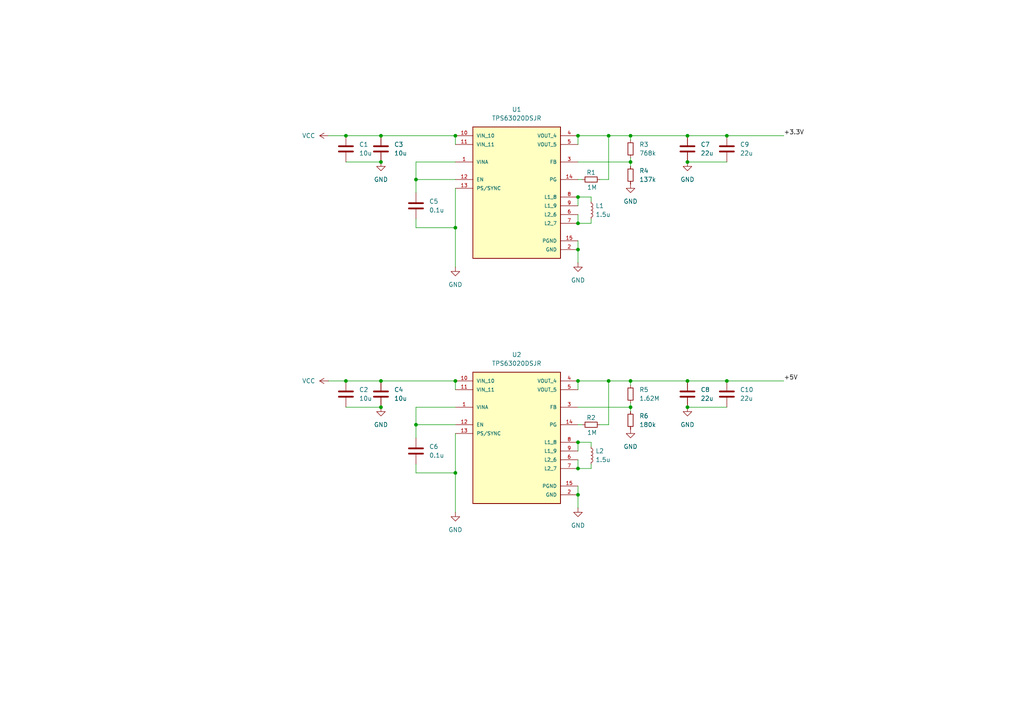
<source format=kicad_sch>
(kicad_sch (version 20231120) (generator "eeschema") (generator_version "8.0")
  (paper "A4")
  (lib_symbols
    (symbol "Device:C" (pin_numbers hide) (pin_names (offset 0.254))
      (property "Reference" "C" (at 0.635 2.54 0))
      (property "Value" "C" (at 0.635 -2.54 0))
      (symbol "C_0_1"
        (polyline (pts (xy -2.032 -0.762) (xy 2.032 -0.762)) (stroke (width 0.508)))
        (polyline (pts (xy -2.032 0.762) (xy 2.032 0.762)) (stroke (width 0.508)))
      )
      (symbol "C_1_1"
        (pin passive line (at 0 3.81 270) (length 2.794) (name "~") (number "1"))
        (pin passive line (at 0 -3.81 90) (length 2.794) (name "~") (number "2"))
      )
    )
    (symbol "Device:L_Small" (pin_numbers hide) (pin_names (offset 0.254) hide)
      (property "Reference" "L" (at 0.762 1.016 0))
      (property "Value" "L_Small" (at 0.762 -1.016 0))
      (symbol "L_Small_0_1"
        (arc (start 0 -2.032) (mid 0.5058 -1.524) (end 0 -1.016))
        (arc (start 0 -1.016) (mid 0.5058 -0.508) (end 0 0))
        (arc (start 0 0) (mid 0.5058 0.508) (end 0 1.016))
        (arc (start 0 1.016) (mid 0.5058 1.524) (end 0 2.032))
      )
      (symbol "L_Small_1_1"
        (pin passive line (at 0 2.54 270) (length 0.508) (name "~") (number "1"))
        (pin passive line (at 0 -2.54 90) (length 0.508) (name "~") (number "2"))
      )
    )
    (symbol "Device:R_Small" (pin_numbers hide) (pin_names (offset 0.254) hide)
      (property "Reference" "R" (at 0.762 0.508 0))
      (property "Value" "R_Small" (at 0.762 -1.016 0))
      (symbol "R_Small_0_1"
        (rectangle (start -0.762 1.778) (end 0.762 -1.778) (stroke (width 0.2032)))
      )
      (symbol "R_Small_1_1"
        (pin passive line (at 0 2.54 270) (length 0.762) (name "~") (number "1"))
        (pin passive line (at 0 -2.54 90) (length 0.762) (name "~") (number "2"))
      )
    )
    (symbol "TPS63020DSJR:TPS63020DSJR" (pin_names (offset 1.016))
      (property "Reference" "U" (at -12.7 19.05 0))
      (property "Value" "TPS63020DSJR" (at -12.7 -21.59 0))
      (symbol "TPS63020DSJR_0_0"
        (rectangle (start -12.7 -20.32) (end 12.7 17.78) (stroke (width 0.254)) (fill (type background)))
        (pin input line (at -17.78 7.62 0) (length 5.08) (name "VINA") (number "1"))
        (pin input line (at -17.78 15.24 0) (length 5.08) (name "VIN_10") (number "10"))
        (pin input line (at -17.78 12.7 0) (length 5.08) (name "VIN_11") (number "11"))
        (pin input line (at -17.78 2.54 0) (length 5.08) (name "EN") (number "12"))
        (pin input line (at -17.78 0 0) (length 5.08) (name "PS/SYNC") (number "13"))
        (pin output line (at 17.78 2.54 180) (length 5.08) (name "PG") (number "14"))
        (pin power_in line (at 17.78 -15.24 180) (length 5.08) (name "PGND") (number "15"))
        (pin power_in line (at 17.78 -17.78 180) (length 5.08) (name "GND") (number "2"))
        (pin input line (at 17.78 7.62 180) (length 5.08) (name "FB") (number "3"))
        (pin output line (at 17.78 15.24 180) (length 5.08) (name "VOUT_4") (number "4"))
        (pin output line (at 17.78 12.7 180) (length 5.08) (name "VOUT_5") (number "5"))
        (pin passive line (at 17.78 -7.62 180) (length 5.08) (name "L2_6") (number "6"))
        (pin passive line (at 17.78 -10.16 180) (length 5.08) (name "L2_7") (number "7"))
        (pin passive line (at 17.78 -2.54 180) (length 5.08) (name "L1_8") (number "8"))
        (pin passive line (at 17.78 -5.08 180) (length 5.08) (name "L1_9") (number "9"))
      )
    )
    (symbol "power:GND" (power) (pin_numbers hide) (pin_names (offset 0) hide)
      (property "Value" "GND" (at 0 -3.81 0))
      (symbol "GND_0_1"
        (polyline (pts (xy 0 0) (xy 0 -1.27) (xy 1.27 -1.27) (xy 0 -2.54) (xy -1.27 -1.27) (xy 0 -1.27)))
      )
      (symbol "GND_1_1"
        (pin power_in line (at 0 0 270) (length 0) (name "~") (number "1"))
      )
    )
    (symbol "power:VCC" (power) (pin_numbers hide) (pin_names (offset 0) hide)
      (property "Value" "VCC" (at 0 3.556 0))
      (symbol "VCC_0_1"
        (polyline (pts (xy -0.762 1.27) (xy 0 2.54)))
        (polyline (pts (xy 0 0) (xy 0 2.54)))
        (polyline (pts (xy 0 2.54) (xy 0.762 1.27)))
      )
      (symbol "VCC_1_1"
        (pin power_in line (at 0 0 90) (length 0) (name "~") (number "1"))
      )
    )
  )
  (junction (at 167.64 72.39))
  (junction (at 120.65 52.07))
  (junction (at 199.39 118.11))
  (junction (at 132.08 39.37))
  (junction (at 210.82 110.49))
  (junction (at 199.39 39.37))
  (junction (at 167.64 135.89))
  (junction (at 100.33 110.49))
  (junction (at 167.64 57.15))
  (junction (at 176.53 39.37))
  (junction (at 199.39 46.99))
  (junction (at 167.64 143.51))
  (junction (at 167.64 110.49))
  (junction (at 167.64 64.77))
  (junction (at 182.88 46.99))
  (junction (at 176.53 110.49))
  (junction (at 110.49 39.37))
  (junction (at 110.49 46.99))
  (junction (at 182.88 118.11))
  (junction (at 100.33 39.37))
  (junction (at 132.08 110.49))
  (junction (at 182.88 39.37))
  (junction (at 167.64 128.27))
  (junction (at 132.08 137.16))
  (junction (at 132.08 66.04))
  (junction (at 182.88 110.49))
  (junction (at 167.64 39.37))
  (junction (at 210.82 39.37))
  (junction (at 110.49 118.11))
  (junction (at 110.49 110.49))
  (junction (at 120.65 123.19))
  (junction (at 199.39 110.49))
  (wire (pts (xy 167.64 128.27) (xy 171.45 128.27)))
  (wire (pts (xy 167.64 133.35) (xy 167.64 135.89)))
  (wire (pts (xy 100.33 39.37) (xy 110.49 39.37)))
  (wire (pts (xy 182.88 39.37) (xy 182.88 40.64)))
  (wire (pts (xy 182.88 46.99) (xy 182.88 48.26)))
  (wire (pts (xy 120.65 46.99) (xy 120.65 52.07)))
  (wire (pts (xy 167.64 110.49) (xy 176.53 110.49)))
  (wire (pts (xy 95.25 110.49) (xy 100.33 110.49)))
  (wire (pts (xy 167.64 72.39) (xy 167.64 76.2)))
  (wire (pts (xy 120.65 118.11) (xy 120.65 123.19)))
  (wire (pts (xy 167.64 52.07) (xy 168.91 52.07)))
  (wire (pts (xy 120.65 55.88) (xy 120.65 52.07)))
  (wire (pts (xy 132.08 125.73) (xy 132.08 137.16)))
  (wire (pts (xy 167.64 57.15) (xy 167.64 59.69)))
  (wire (pts (xy 95.25 39.37) (xy 100.33 39.37)))
  (wire (pts (xy 132.08 54.61) (xy 132.08 66.04)))
  (wire (pts (xy 100.33 110.49) (xy 110.49 110.49)))
  (wire (pts (xy 167.64 110.49) (xy 167.64 113.03)))
  (wire (pts (xy 167.64 64.77) (xy 171.45 64.77)))
  (wire (pts (xy 110.49 39.37) (xy 132.08 39.37)))
  (wire (pts (xy 171.45 129.54) (xy 171.45 128.27)))
  (wire (pts (xy 167.64 123.19) (xy 168.91 123.19)))
  (wire (pts (xy 167.64 62.23) (xy 167.64 64.77)))
  (wire (pts (xy 132.08 118.11) (xy 120.65 118.11)))
  (wire (pts (xy 167.64 135.89) (xy 171.45 135.89)))
  (wire (pts (xy 210.82 39.37) (xy 227.33 39.37)))
  (wire (pts (xy 199.39 46.99) (xy 210.82 46.99)))
  (wire (pts (xy 167.64 143.51) (xy 167.64 147.32)))
  (wire (pts (xy 199.39 39.37) (xy 210.82 39.37)))
  (wire (pts (xy 167.64 69.85) (xy 167.64 72.39)))
  (wire (pts (xy 167.64 118.11) (xy 182.88 118.11)))
  (wire (pts (xy 173.99 123.19) (xy 176.53 123.19)))
  (wire (pts (xy 182.88 116.84) (xy 182.88 118.11)))
  (wire (pts (xy 171.45 134.62) (xy 171.45 135.89)))
  (wire (pts (xy 167.64 57.15) (xy 171.45 57.15)))
  (wire (pts (xy 173.99 52.07) (xy 176.53 52.07)))
  (wire (pts (xy 120.65 52.07) (xy 132.08 52.07)))
  (wire (pts (xy 120.65 137.16) (xy 120.65 134.62)))
  (wire (pts (xy 167.64 39.37) (xy 176.53 39.37)))
  (wire (pts (xy 132.08 66.04) (xy 132.08 77.47)))
  (wire (pts (xy 110.49 110.49) (xy 132.08 110.49)))
  (wire (pts (xy 167.64 140.97) (xy 167.64 143.51)))
  (wire (pts (xy 132.08 137.16) (xy 132.08 148.59)))
  (wire (pts (xy 210.82 110.49) (xy 227.33 110.49)))
  (wire (pts (xy 182.88 118.11) (xy 182.88 119.38)))
  (wire (pts (xy 132.08 110.49) (xy 132.08 113.03)))
  (wire (pts (xy 182.88 39.37) (xy 199.39 39.37)))
  (wire (pts (xy 176.53 39.37) (xy 182.88 39.37)))
  (wire (pts (xy 132.08 46.99) (xy 120.65 46.99)))
  (wire (pts (xy 182.88 110.49) (xy 199.39 110.49)))
  (wire (pts (xy 171.45 63.5) (xy 171.45 64.77)))
  (wire (pts (xy 199.39 110.49) (xy 210.82 110.49)))
  (wire (pts (xy 182.88 110.49) (xy 182.88 111.76)))
  (wire (pts (xy 100.33 46.99) (xy 110.49 46.99)))
  (wire (pts (xy 176.53 52.07) (xy 176.53 39.37)))
  (wire (pts (xy 176.53 110.49) (xy 182.88 110.49)))
  (wire (pts (xy 167.64 39.37) (xy 167.64 41.91)))
  (wire (pts (xy 176.53 123.19) (xy 176.53 110.49)))
  (wire (pts (xy 120.65 127) (xy 120.65 123.19)))
  (wire (pts (xy 120.65 66.04) (xy 132.08 66.04)))
  (wire (pts (xy 120.65 123.19) (xy 132.08 123.19)))
  (wire (pts (xy 100.33 118.11) (xy 110.49 118.11)))
  (wire (pts (xy 182.88 45.72) (xy 182.88 46.99)))
  (wire (pts (xy 167.64 46.99) (xy 182.88 46.99)))
  (wire (pts (xy 132.08 39.37) (xy 132.08 41.91)))
  (wire (pts (xy 171.45 58.42) (xy 171.45 57.15)))
  (wire (pts (xy 167.64 128.27) (xy 167.64 130.81)))
  (wire (pts (xy 120.65 137.16) (xy 132.08 137.16)))
  (wire (pts (xy 199.39 118.11) (xy 210.82 118.11)))
  (wire (pts (xy 120.65 66.04) (xy 120.65 63.5)))
  (label "+5V" (at 227.33 110.49 0))
  (label "+3.3V" (at 227.33 39.37 0))
  (symbol (lib_id "power:GND") (at 110.49 46.99 0) (unit 1)
    (property "Reference" "#PWR03" (effects (hide yes)))
    (property "Value" "GND" (at 110.49 52.07 0))
    (property "Description" "Power symbol creates a global label with name \"GND\" , ground" (effects (hide yes)))
  )
  (symbol (lib_id "Device:C") (at 110.49 114.3 0) (unit 1)
    (property "Reference" "C4" (at 114.3 113.0299 0) (effects (justify left)))
    (property "Value" "10u" (at 114.3 115.5699 0) (effects (justify left)))
    (property "Footprint" "Capacitor_SMD:C_0805_2012Metric_Pad1.18x1.45mm_HandSolder" (effects (hide yes)))
    (property "Description" "Unpolarized capacitor" (effects (hide yes)))
  )
  (symbol (lib_id "Device:R_Small") (at 171.45 52.07 90) (unit 1)
    (property "Reference" "R1" (at 171.45 50.038 90))
    (property "Value" "1M" (at 171.704 54.356 90))
    (property "Footprint" "Resistor_SMD:R_0603_1608Metric_Pad0.98x0.95mm_HandSolder" (effects (hide yes)))
    (property "Description" "Resistor, small symbol" (effects (hide yes)))
  )
  (symbol (lib_id "Device:L_Small") (at 171.45 60.96 0) (unit 1)
    (property "Reference" "L1" (at 172.72 59.6899 0) (effects (justify left)))
    (property "Value" "1.5u" (at 172.72 62.2299 0) (effects (justify left)))
    (property "Footprint" "Inductor_SMD:L_Vishay_IHLP-1616" (effects (hide yes)))
    (property "Description" "IHLP1616ABER1R5M11" (effects (hide yes)))
  )
  (symbol (lib_id "Device:R_Small") (at 182.88 121.92 0) (unit 1)
    (property "Reference" "R6" (at 185.42 120.6499 0) (effects (justify left)))
    (property "Value" "180k" (at 185.42 123.1899 0) (effects (justify left)))
    (property "Footprint" "Resistor_SMD:R_0603_1608Metric_Pad0.98x0.95mm_HandSolder" (effects (hide yes)))
    (property "Description" "Resistor, small symbol" (effects (hide yes)))
  )
  (symbol (lib_id "Device:C") (at 199.39 43.18 0) (unit 1)
    (property "Reference" "C7" (at 203.2 41.9099 0) (effects (justify left)))
    (property "Value" "22u" (at 203.2 44.4499 0) (effects (justify left)))
    (property "Footprint" "Capacitor_SMD:C_0805_2012Metric_Pad1.18x1.45mm_HandSolder" (effects (hide yes)))
    (property "Description" "Unpolarized capacitor" (effects (hide yes)))
  )
  (symbol (lib_id "power:VCC") (at 95.25 39.37 90) (unit 1)
    (property "Reference" "#PWR01" (effects (hide yes)))
    (property "Value" "VCC" (at 91.44 39.3699 90) (effects (justify left)))
    (property "Description" "Power symbol creates a global label with name \"VCC\"" (effects (hide yes)))
  )
  (symbol (lib_id "TPS63020DSJR:TPS63020DSJR") (at 149.86 54.61 0) (unit 1)
    (property "Reference" "U1" (at 149.86 31.75 0))
    (property "Value" "TPS63020DSJR" (at 149.86 34.29 0))
    (property "Footprint" "TPS63020DSJR:IC_TPS63020DSJR" (effects (hide yes)))
    (property "MF" "Texas Instruments" (effects (hide yes)))
    (property "Mouser-Purchase-URL" "https://snapeda.com/shop?store=Mouser&id=296571" (effects (hide yes)))
    (property "Description_1" "High Efficiency Single Inductor Buck-Boost Converter with 4A Switch 14-VSON -40 to 85" (effects (hide yes)))
    (property "Package" "VSON-14 Texas Instruments" (effects (hide yes)))
    (property "Price" "None" (effects (hide yes)))
    (property "MP" "TPS63020DSJR" (effects (hide yes)))
    (property "Texas_Instruments-Purchase-URL" "https://snapeda.com/shop?store=Texas+Instruments&id=296571" (effects (hide yes)))
    (property "DigiKey-Purchase-URL" "https://snapeda.com/shop?store=DigiKey&id=296571" (effects (hide yes)))
    (property "Availability" "Good" (effects (hide yes)))
  )
  (symbol (lib_id "power:GND") (at 110.49 118.11 0) (unit 1)
    (property "Reference" "#PWR04" (effects (hide yes)))
    (property "Value" "GND" (at 110.49 123.19 0))
    (property "Description" "Power symbol creates a global label with name \"GND\" , ground" (effects (hide yes)))
  )
  (symbol (lib_id "Device:R_Small") (at 182.88 114.3 0) (unit 1)
    (property "Reference" "R5" (at 185.42 113.0299 0) (effects (justify left)))
    (property "Value" "1.62M" (at 185.42 115.5699 0) (effects (justify left)))
    (property "Footprint" "Resistor_SMD:R_0603_1608Metric_Pad0.98x0.95mm_HandSolder" (effects (hide yes)))
    (property "Description" "Resistor, small symbol" (effects (hide yes)))
  )
  (symbol (lib_id "Device:C") (at 210.82 43.18 0) (unit 1)
    (property "Reference" "C9" (at 214.63 41.9099 0) (effects (justify left)))
    (property "Value" "22u" (at 214.63 44.4499 0) (effects (justify left)))
    (property "Footprint" "Capacitor_SMD:C_0805_2012Metric_Pad1.18x1.45mm_HandSolder" (effects (hide yes)))
    (property "Description" "Unpolarized capacitor" (effects (hide yes)))
  )
  (symbol (lib_id "power:GND") (at 167.64 147.32 0) (unit 1)
    (property "Reference" "#PWR08" (effects (hide yes)))
    (property "Value" "GND" (at 167.64 152.4 0))
    (property "Description" "Power symbol creates a global label with name \"GND\" , ground" (effects (hide yes)))
  )
  (symbol (lib_id "TPS63020DSJR:TPS63020DSJR") (at 149.86 125.73 0) (unit 1)
    (property "Reference" "U2" (at 149.86 102.87 0))
    (property "Value" "TPS63020DSJR" (at 149.86 105.41 0))
    (property "Footprint" "TPS63020DSJR:IC_TPS63020DSJR" (effects (hide yes)))
    (property "MF" "Texas Instruments" (effects (hide yes)))
    (property "Mouser-Purchase-URL" "https://snapeda.com/shop?store=Mouser&id=296571" (effects (hide yes)))
    (property "Description_1" "High Efficiency Single Inductor Buck-Boost Converter with 4A Switch 14-VSON -40 to 85" (effects (hide yes)))
    (property "Package" "VSON-14 Texas Instruments" (effects (hide yes)))
    (property "Price" "None" (effects (hide yes)))
    (property "MP" "TPS63020DSJR" (effects (hide yes)))
    (property "Texas_Instruments-Purchase-URL" "https://snapeda.com/shop?store=Texas+Instruments&id=296571" (effects (hide yes)))
    (property "DigiKey-Purchase-URL" "https://snapeda.com/shop?store=DigiKey&id=296571" (effects (hide yes)))
    (property "Availability" "Good" (effects (hide yes)))
  )
  (symbol (lib_id "Device:R_Small") (at 182.88 50.8 0) (unit 1)
    (property "Reference" "R4" (at 185.42 49.5299 0) (effects (justify left)))
    (property "Value" "137k" (at 185.42 52.0699 0) (effects (justify left)))
    (property "Footprint" "Resistor_SMD:R_0603_1608Metric_Pad0.98x0.95mm_HandSolder" (effects (hide yes)))
    (property "Description" "Resistor, small symbol" (effects (hide yes)))
  )
  (symbol (lib_id "power:GND") (at 182.88 53.34 0) (unit 1)
    (property "Reference" "#PWR09" (effects (hide yes)))
    (property "Value" "GND" (at 182.88 58.42 0))
    (property "Description" "Power symbol creates a global label with name \"GND\" , ground" (effects (hide yes)))
  )
  (symbol (lib_id "power:GND") (at 132.08 77.47 0) (unit 1)
    (property "Reference" "#PWR05" (effects (hide yes)))
    (property "Value" "GND" (at 132.08 82.55 0))
    (property "Description" "Power symbol creates a global label with name \"GND\" , ground" (effects (hide yes)))
  )
  (symbol (lib_id "Device:C") (at 210.82 114.3 0) (unit 1)
    (property "Reference" "C10" (at 214.63 113.0299 0) (effects (justify left)))
    (property "Value" "22u" (at 214.63 115.5699 0) (effects (justify left)))
    (property "Footprint" "Capacitor_SMD:C_0805_2012Metric_Pad1.18x1.45mm_HandSolder" (effects (hide yes)))
    (property "Description" "Unpolarized capacitor" (effects (hide yes)))
  )
  (symbol (lib_id "Device:C") (at 100.33 43.18 0) (unit 1)
    (property "Reference" "C1" (at 104.14 41.9099 0) (effects (justify left)))
    (property "Value" "10u" (at 104.14 44.4499 0) (effects (justify left)))
    (property "Footprint" "Capacitor_SMD:C_0805_2012Metric_Pad1.18x1.45mm_HandSolder" (effects (hide yes)))
    (property "Description" "Unpolarized capacitor" (effects (hide yes)))
  )
  (symbol (lib_id "power:GND") (at 182.88 124.46 0) (unit 1)
    (property "Reference" "#PWR010" (effects (hide yes)))
    (property "Value" "GND" (at 182.88 129.54 0))
    (property "Description" "Power symbol creates a global label with name \"GND\" , ground" (effects (hide yes)))
  )
  (symbol (lib_id "Device:C") (at 100.33 114.3 0) (unit 1)
    (property "Reference" "C2" (at 104.14 113.0299 0) (effects (justify left)))
    (property "Value" "10u" (at 104.14 115.5699 0) (effects (justify left)))
    (property "Footprint" "Capacitor_SMD:C_0805_2012Metric_Pad1.18x1.45mm_HandSolder" (effects (hide yes)))
    (property "Description" "Unpolarized capacitor" (effects (hide yes)))
  )
  (symbol (lib_id "power:GND") (at 199.39 118.11 0) (unit 1)
    (property "Reference" "#PWR012" (effects (hide yes)))
    (property "Value" "GND" (at 199.39 123.19 0))
    (property "Description" "Power symbol creates a global label with name \"GND\" , ground" (effects (hide yes)))
  )
  (symbol (lib_id "Device:R_Small") (at 182.88 43.18 0) (unit 1)
    (property "Reference" "R3" (at 185.42 41.9099 0) (effects (justify left)))
    (property "Value" "768k" (at 185.42 44.4499 0) (effects (justify left)))
    (property "Footprint" "Resistor_SMD:R_0603_1608Metric_Pad0.98x0.95mm_HandSolder" (effects (hide yes)))
    (property "Description" "Resistor, small symbol" (effects (hide yes)))
  )
  (symbol (lib_id "Device:L_Small") (at 171.45 132.08 0) (unit 1)
    (property "Reference" "L2" (at 172.72 130.8099 0) (effects (justify left)))
    (property "Value" "1.5u" (at 172.72 133.3499 0) (effects (justify left)))
    (property "Footprint" "Inductor_SMD:L_Vishay_IHLP-1616" (effects (hide yes)))
    (property "Description" "IHLP1616ABER1R5M11" (effects (hide yes)))
  )
  (symbol (lib_id "power:GND") (at 132.08 148.59 0) (unit 1)
    (property "Reference" "#PWR06" (effects (hide yes)))
    (property "Value" "GND" (at 132.08 153.67 0))
    (property "Description" "Power symbol creates a global label with name \"GND\" , ground" (effects (hide yes)))
  )
  (symbol (lib_id "Device:C") (at 110.49 43.18 0) (unit 1)
    (property "Reference" "C3" (at 114.3 41.9099 0) (effects (justify left)))
    (property "Value" "10u" (at 114.3 44.4499 0) (effects (justify left)))
    (property "Footprint" "Capacitor_SMD:C_0805_2012Metric_Pad1.18x1.45mm_HandSolder" (effects (hide yes)))
    (property "Description" "Unpolarized capacitor" (effects (hide yes)))
  )
  (symbol (lib_id "Device:C") (at 120.65 59.69 0) (unit 1)
    (property "Reference" "C5" (at 124.46 58.4199 0) (effects (justify left)))
    (property "Value" "0.1u" (at 124.46 60.9599 0) (effects (justify left)))
    (property "Footprint" "Capacitor_SMD:C_0805_2012Metric_Pad1.18x1.45mm_HandSolder" (effects (hide yes)))
    (property "Description" "Unpolarized capacitor" (effects (hide yes)))
  )
  (symbol (lib_id "power:GND") (at 199.39 46.99 0) (unit 1)
    (property "Reference" "#PWR011" (effects (hide yes)))
    (property "Value" "GND" (at 199.39 52.07 0))
    (property "Description" "Power symbol creates a global label with name \"GND\" , ground" (effects (hide yes)))
  )
  (symbol (lib_id "Device:R_Small") (at 171.45 123.19 90) (unit 1)
    (property "Reference" "R2" (at 171.45 121.158 90))
    (property "Value" "1M" (at 171.704 125.476 90))
    (property "Footprint" "Resistor_SMD:R_0603_1608Metric_Pad0.98x0.95mm_HandSolder" (effects (hide yes)))
    (property "Description" "Resistor, small symbol" (effects (hide yes)))
  )
  (symbol (lib_id "Device:C") (at 199.39 114.3 0) (unit 1)
    (property "Reference" "C8" (at 203.2 113.0299 0) (effects (justify left)))
    (property "Value" "22u" (at 203.2 115.5699 0) (effects (justify left)))
    (property "Footprint" "Capacitor_SMD:C_0805_2012Metric_Pad1.18x1.45mm_HandSolder" (effects (hide yes)))
    (property "Description" "Unpolarized capacitor" (effects (hide yes)))
  )
  (symbol (lib_id "power:VCC") (at 95.25 110.49 90) (unit 1)
    (property "Reference" "#PWR02" (effects (hide yes)))
    (property "Value" "VCC" (at 91.44 110.4899 90) (effects (justify left)))
    (property "Description" "Power symbol creates a global label with name \"VCC\"" (effects (hide yes)))
  )
  (symbol (lib_id "Device:C") (at 120.65 130.81 0) (unit 1)
    (property "Reference" "C6" (at 124.46 129.5399 0) (effects (justify left)))
    (property "Value" "0.1u" (at 124.46 132.0799 0) (effects (justify left)))
    (property "Footprint" "Capacitor_SMD:C_0805_2012Metric_Pad1.18x1.45mm_HandSolder" (effects (hide yes)))
    (property "Description" "Unpolarized capacitor" (effects (hide yes)))
  )
  (symbol (lib_id "power:GND") (at 167.64 76.2 0) (unit 1)
    (property "Reference" "#PWR07" (effects (hide yes)))
    (property "Value" "GND" (at 167.64 81.28 0))
    (property "Description" "Power symbol creates a global label with name \"GND\" , ground" (effects (hide yes)))
  )
)
</source>
